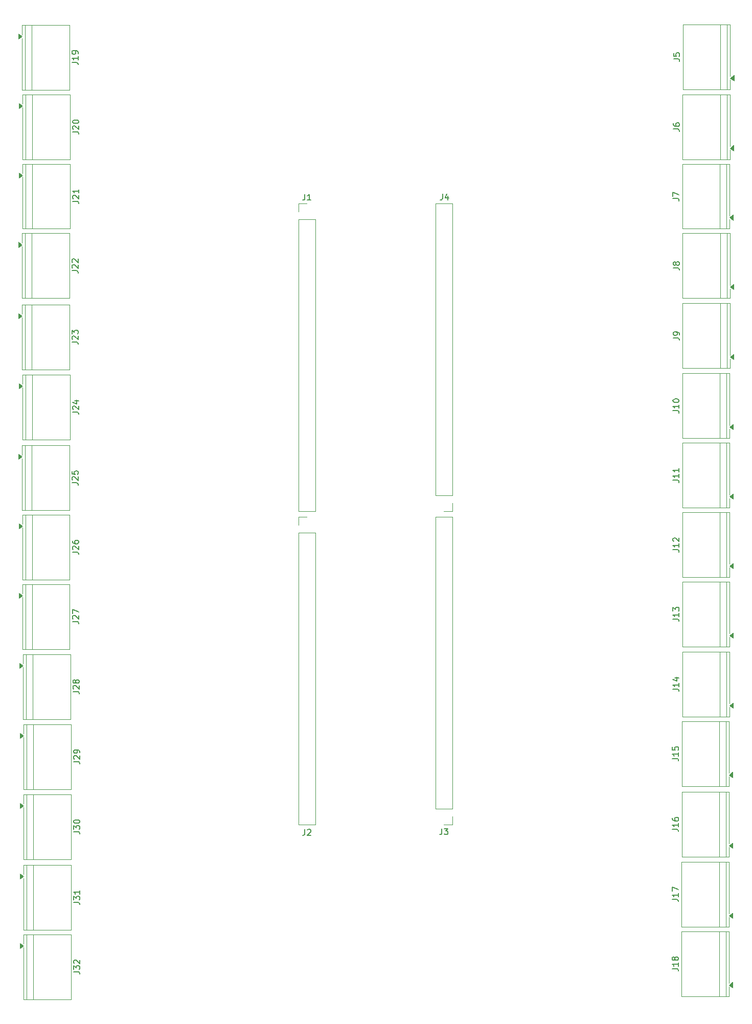
<source format=gbr>
%TF.GenerationSoftware,KiCad,Pcbnew,9.0.4-9.0.4-0~ubuntu24.04.1*%
%TF.CreationDate,2025-10-01T18:10:46-06:00*%
%TF.ProjectId,interfaz_esp32,696e7465-7266-4617-9a5f-65737033322e,rev?*%
%TF.SameCoordinates,Original*%
%TF.FileFunction,Legend,Top*%
%TF.FilePolarity,Positive*%
%FSLAX46Y46*%
G04 Gerber Fmt 4.6, Leading zero omitted, Abs format (unit mm)*
G04 Created by KiCad (PCBNEW 9.0.4-9.0.4-0~ubuntu24.04.1) date 2025-10-01 18:10:46*
%MOMM*%
%LPD*%
G01*
G04 APERTURE LIST*
%ADD10C,0.150000*%
%ADD11C,0.120000*%
G04 APERTURE END LIST*
D10*
X49134819Y-92309523D02*
X49849104Y-92309523D01*
X49849104Y-92309523D02*
X49991961Y-92357142D01*
X49991961Y-92357142D02*
X50087200Y-92452380D01*
X50087200Y-92452380D02*
X50134819Y-92595237D01*
X50134819Y-92595237D02*
X50134819Y-92690475D01*
X50134819Y-91309523D02*
X50134819Y-91880951D01*
X50134819Y-91595237D02*
X49134819Y-91595237D01*
X49134819Y-91595237D02*
X49277676Y-91690475D01*
X49277676Y-91690475D02*
X49372914Y-91785713D01*
X49372914Y-91785713D02*
X49420533Y-91880951D01*
X49134819Y-90404761D02*
X49134819Y-90880951D01*
X49134819Y-90880951D02*
X49611009Y-90928570D01*
X49611009Y-90928570D02*
X49563390Y-90880951D01*
X49563390Y-90880951D02*
X49515771Y-90785713D01*
X49515771Y-90785713D02*
X49515771Y-90547618D01*
X49515771Y-90547618D02*
X49563390Y-90452380D01*
X49563390Y-90452380D02*
X49611009Y-90404761D01*
X49611009Y-90404761D02*
X49706247Y-90357142D01*
X49706247Y-90357142D02*
X49944342Y-90357142D01*
X49944342Y-90357142D02*
X50039580Y-90404761D01*
X50039580Y-90404761D02*
X50087200Y-90452380D01*
X50087200Y-90452380D02*
X50134819Y-90547618D01*
X50134819Y-90547618D02*
X50134819Y-90785713D01*
X50134819Y-90785713D02*
X50087200Y-90880951D01*
X50087200Y-90880951D02*
X50039580Y-90928570D01*
X-50025180Y-92809523D02*
X-49310895Y-92809523D01*
X-49310895Y-92809523D02*
X-49168038Y-92857142D01*
X-49168038Y-92857142D02*
X-49072800Y-92952380D01*
X-49072800Y-92952380D02*
X-49025180Y-93095237D01*
X-49025180Y-93095237D02*
X-49025180Y-93190475D01*
X-49929942Y-92380951D02*
X-49977561Y-92333332D01*
X-49977561Y-92333332D02*
X-50025180Y-92238094D01*
X-50025180Y-92238094D02*
X-50025180Y-91999999D01*
X-50025180Y-91999999D02*
X-49977561Y-91904761D01*
X-49977561Y-91904761D02*
X-49929942Y-91857142D01*
X-49929942Y-91857142D02*
X-49834704Y-91809523D01*
X-49834704Y-91809523D02*
X-49739466Y-91809523D01*
X-49739466Y-91809523D02*
X-49596609Y-91857142D01*
X-49596609Y-91857142D02*
X-49025180Y-92428570D01*
X-49025180Y-92428570D02*
X-49025180Y-91809523D01*
X-49025180Y-91333332D02*
X-49025180Y-91142856D01*
X-49025180Y-91142856D02*
X-49072800Y-91047618D01*
X-49072800Y-91047618D02*
X-49120419Y-90999999D01*
X-49120419Y-90999999D02*
X-49263276Y-90904761D01*
X-49263276Y-90904761D02*
X-49453752Y-90857142D01*
X-49453752Y-90857142D02*
X-49834704Y-90857142D01*
X-49834704Y-90857142D02*
X-49929942Y-90904761D01*
X-49929942Y-90904761D02*
X-49977561Y-90952380D01*
X-49977561Y-90952380D02*
X-50025180Y-91047618D01*
X-50025180Y-91047618D02*
X-50025180Y-91238094D01*
X-50025180Y-91238094D02*
X-49977561Y-91333332D01*
X-49977561Y-91333332D02*
X-49929942Y-91380951D01*
X-49929942Y-91380951D02*
X-49834704Y-91428570D01*
X-49834704Y-91428570D02*
X-49596609Y-91428570D01*
X-49596609Y-91428570D02*
X-49501371Y-91380951D01*
X-49501371Y-91380951D02*
X-49453752Y-91333332D01*
X-49453752Y-91333332D02*
X-49406133Y-91238094D01*
X-49406133Y-91238094D02*
X-49406133Y-91047618D01*
X-49406133Y-91047618D02*
X-49453752Y-90952380D01*
X-49453752Y-90952380D02*
X-49501371Y-90904761D01*
X-49501371Y-90904761D02*
X-49596609Y-90857142D01*
X-11733333Y-104014819D02*
X-11733333Y-104729104D01*
X-11733333Y-104729104D02*
X-11780952Y-104871961D01*
X-11780952Y-104871961D02*
X-11876190Y-104967200D01*
X-11876190Y-104967200D02*
X-12019047Y-105014819D01*
X-12019047Y-105014819D02*
X-12114285Y-105014819D01*
X-11304761Y-104110057D02*
X-11257142Y-104062438D01*
X-11257142Y-104062438D02*
X-11161904Y-104014819D01*
X-11161904Y-104014819D02*
X-10923809Y-104014819D01*
X-10923809Y-104014819D02*
X-10828571Y-104062438D01*
X-10828571Y-104062438D02*
X-10780952Y-104110057D01*
X-10780952Y-104110057D02*
X-10733333Y-104205295D01*
X-10733333Y-104205295D02*
X-10733333Y-104300533D01*
X-10733333Y-104300533D02*
X-10780952Y-104443390D01*
X-10780952Y-104443390D02*
X-11352380Y-105014819D01*
X-11352380Y-105014819D02*
X-10733333Y-105014819D01*
X49234819Y-46209523D02*
X49949104Y-46209523D01*
X49949104Y-46209523D02*
X50091961Y-46257142D01*
X50091961Y-46257142D02*
X50187200Y-46352380D01*
X50187200Y-46352380D02*
X50234819Y-46495237D01*
X50234819Y-46495237D02*
X50234819Y-46590475D01*
X50234819Y-45209523D02*
X50234819Y-45780951D01*
X50234819Y-45495237D02*
X49234819Y-45495237D01*
X49234819Y-45495237D02*
X49377676Y-45590475D01*
X49377676Y-45590475D02*
X49472914Y-45685713D01*
X49472914Y-45685713D02*
X49520533Y-45780951D01*
X50234819Y-44257142D02*
X50234819Y-44828570D01*
X50234819Y-44542856D02*
X49234819Y-44542856D01*
X49234819Y-44542856D02*
X49377676Y-44638094D01*
X49377676Y-44638094D02*
X49472914Y-44733332D01*
X49472914Y-44733332D02*
X49520533Y-44828570D01*
X49234819Y-57709523D02*
X49949104Y-57709523D01*
X49949104Y-57709523D02*
X50091961Y-57757142D01*
X50091961Y-57757142D02*
X50187200Y-57852380D01*
X50187200Y-57852380D02*
X50234819Y-57995237D01*
X50234819Y-57995237D02*
X50234819Y-58090475D01*
X50234819Y-56709523D02*
X50234819Y-57280951D01*
X50234819Y-56995237D02*
X49234819Y-56995237D01*
X49234819Y-56995237D02*
X49377676Y-57090475D01*
X49377676Y-57090475D02*
X49472914Y-57185713D01*
X49472914Y-57185713D02*
X49520533Y-57280951D01*
X49330057Y-56328570D02*
X49282438Y-56280951D01*
X49282438Y-56280951D02*
X49234819Y-56185713D01*
X49234819Y-56185713D02*
X49234819Y-55947618D01*
X49234819Y-55947618D02*
X49282438Y-55852380D01*
X49282438Y-55852380D02*
X49330057Y-55804761D01*
X49330057Y-55804761D02*
X49425295Y-55757142D01*
X49425295Y-55757142D02*
X49520533Y-55757142D01*
X49520533Y-55757142D02*
X49663390Y-55804761D01*
X49663390Y-55804761D02*
X50234819Y-56376189D01*
X50234819Y-56376189D02*
X50234819Y-55757142D01*
X49234819Y-69209523D02*
X49949104Y-69209523D01*
X49949104Y-69209523D02*
X50091961Y-69257142D01*
X50091961Y-69257142D02*
X50187200Y-69352380D01*
X50187200Y-69352380D02*
X50234819Y-69495237D01*
X50234819Y-69495237D02*
X50234819Y-69590475D01*
X50234819Y-68209523D02*
X50234819Y-68780951D01*
X50234819Y-68495237D02*
X49234819Y-68495237D01*
X49234819Y-68495237D02*
X49377676Y-68590475D01*
X49377676Y-68590475D02*
X49472914Y-68685713D01*
X49472914Y-68685713D02*
X49520533Y-68780951D01*
X49234819Y-67876189D02*
X49234819Y-67257142D01*
X49234819Y-67257142D02*
X49615771Y-67590475D01*
X49615771Y-67590475D02*
X49615771Y-67447618D01*
X49615771Y-67447618D02*
X49663390Y-67352380D01*
X49663390Y-67352380D02*
X49711009Y-67304761D01*
X49711009Y-67304761D02*
X49806247Y-67257142D01*
X49806247Y-67257142D02*
X50044342Y-67257142D01*
X50044342Y-67257142D02*
X50139580Y-67304761D01*
X50139580Y-67304761D02*
X50187200Y-67352380D01*
X50187200Y-67352380D02*
X50234819Y-67447618D01*
X50234819Y-67447618D02*
X50234819Y-67733332D01*
X50234819Y-67733332D02*
X50187200Y-67828570D01*
X50187200Y-67828570D02*
X50139580Y-67876189D01*
X49134819Y-104009523D02*
X49849104Y-104009523D01*
X49849104Y-104009523D02*
X49991961Y-104057142D01*
X49991961Y-104057142D02*
X50087200Y-104152380D01*
X50087200Y-104152380D02*
X50134819Y-104295237D01*
X50134819Y-104295237D02*
X50134819Y-104390475D01*
X50134819Y-103009523D02*
X50134819Y-103580951D01*
X50134819Y-103295237D02*
X49134819Y-103295237D01*
X49134819Y-103295237D02*
X49277676Y-103390475D01*
X49277676Y-103390475D02*
X49372914Y-103485713D01*
X49372914Y-103485713D02*
X49420533Y-103580951D01*
X49134819Y-102152380D02*
X49134819Y-102342856D01*
X49134819Y-102342856D02*
X49182438Y-102438094D01*
X49182438Y-102438094D02*
X49230057Y-102485713D01*
X49230057Y-102485713D02*
X49372914Y-102580951D01*
X49372914Y-102580951D02*
X49563390Y-102628570D01*
X49563390Y-102628570D02*
X49944342Y-102628570D01*
X49944342Y-102628570D02*
X50039580Y-102580951D01*
X50039580Y-102580951D02*
X50087200Y-102533332D01*
X50087200Y-102533332D02*
X50134819Y-102438094D01*
X50134819Y-102438094D02*
X50134819Y-102247618D01*
X50134819Y-102247618D02*
X50087200Y-102152380D01*
X50087200Y-102152380D02*
X50039580Y-102104761D01*
X50039580Y-102104761D02*
X49944342Y-102057142D01*
X49944342Y-102057142D02*
X49706247Y-102057142D01*
X49706247Y-102057142D02*
X49611009Y-102104761D01*
X49611009Y-102104761D02*
X49563390Y-102152380D01*
X49563390Y-102152380D02*
X49515771Y-102247618D01*
X49515771Y-102247618D02*
X49515771Y-102438094D01*
X49515771Y-102438094D02*
X49563390Y-102533332D01*
X49563390Y-102533332D02*
X49611009Y-102580951D01*
X49611009Y-102580951D02*
X49706247Y-102628570D01*
X-50192680Y11490476D02*
X-49478395Y11490476D01*
X-49478395Y11490476D02*
X-49335538Y11442857D01*
X-49335538Y11442857D02*
X-49240300Y11347619D01*
X-49240300Y11347619D02*
X-49192680Y11204762D01*
X-49192680Y11204762D02*
X-49192680Y11109524D01*
X-50097442Y11919048D02*
X-50145061Y11966667D01*
X-50145061Y11966667D02*
X-50192680Y12061905D01*
X-50192680Y12061905D02*
X-50192680Y12300000D01*
X-50192680Y12300000D02*
X-50145061Y12395238D01*
X-50145061Y12395238D02*
X-50097442Y12442857D01*
X-50097442Y12442857D02*
X-50002204Y12490476D01*
X-50002204Y12490476D02*
X-49906966Y12490476D01*
X-49906966Y12490476D02*
X-49764109Y12442857D01*
X-49764109Y12442857D02*
X-49192680Y11871429D01*
X-49192680Y11871429D02*
X-49192680Y12490476D01*
X-50192680Y13109524D02*
X-50192680Y13204762D01*
X-50192680Y13204762D02*
X-50145061Y13300000D01*
X-50145061Y13300000D02*
X-50097442Y13347619D01*
X-50097442Y13347619D02*
X-50002204Y13395238D01*
X-50002204Y13395238D02*
X-49811728Y13442857D01*
X-49811728Y13442857D02*
X-49573633Y13442857D01*
X-49573633Y13442857D02*
X-49383157Y13395238D01*
X-49383157Y13395238D02*
X-49287919Y13347619D01*
X-49287919Y13347619D02*
X-49240300Y13300000D01*
X-49240300Y13300000D02*
X-49192680Y13204762D01*
X-49192680Y13204762D02*
X-49192680Y13109524D01*
X-49192680Y13109524D02*
X-49240300Y13014286D01*
X-49240300Y13014286D02*
X-49287919Y12966667D01*
X-49287919Y12966667D02*
X-49383157Y12919048D01*
X-49383157Y12919048D02*
X-49573633Y12871429D01*
X-49573633Y12871429D02*
X-49811728Y12871429D01*
X-49811728Y12871429D02*
X-50002204Y12919048D01*
X-50002204Y12919048D02*
X-50097442Y12966667D01*
X-50097442Y12966667D02*
X-50145061Y13014286D01*
X-50145061Y13014286D02*
X-50192680Y13109524D01*
X49302319Y-22633333D02*
X50016604Y-22633333D01*
X50016604Y-22633333D02*
X50159461Y-22680952D01*
X50159461Y-22680952D02*
X50254700Y-22776190D01*
X50254700Y-22776190D02*
X50302319Y-22919047D01*
X50302319Y-22919047D02*
X50302319Y-23014285D01*
X50302319Y-22109523D02*
X50302319Y-21919047D01*
X50302319Y-21919047D02*
X50254700Y-21823809D01*
X50254700Y-21823809D02*
X50207080Y-21776190D01*
X50207080Y-21776190D02*
X50064223Y-21680952D01*
X50064223Y-21680952D02*
X49873747Y-21633333D01*
X49873747Y-21633333D02*
X49492795Y-21633333D01*
X49492795Y-21633333D02*
X49397557Y-21680952D01*
X49397557Y-21680952D02*
X49349938Y-21728571D01*
X49349938Y-21728571D02*
X49302319Y-21823809D01*
X49302319Y-21823809D02*
X49302319Y-22014285D01*
X49302319Y-22014285D02*
X49349938Y-22109523D01*
X49349938Y-22109523D02*
X49397557Y-22157142D01*
X49397557Y-22157142D02*
X49492795Y-22204761D01*
X49492795Y-22204761D02*
X49730890Y-22204761D01*
X49730890Y-22204761D02*
X49826128Y-22157142D01*
X49826128Y-22157142D02*
X49873747Y-22109523D01*
X49873747Y-22109523D02*
X49921366Y-22014285D01*
X49921366Y-22014285D02*
X49921366Y-21823809D01*
X49921366Y-21823809D02*
X49873747Y-21728571D01*
X49873747Y-21728571D02*
X49826128Y-21680952D01*
X49826128Y-21680952D02*
X49730890Y-21633333D01*
X-11733333Y1185180D02*
X-11733333Y470895D01*
X-11733333Y470895D02*
X-11780952Y328038D01*
X-11780952Y328038D02*
X-11876190Y232800D01*
X-11876190Y232800D02*
X-12019047Y185180D01*
X-12019047Y185180D02*
X-12114285Y185180D01*
X-10733333Y185180D02*
X-11304761Y185180D01*
X-11019047Y185180D02*
X-11019047Y1185180D01*
X-11019047Y1185180D02*
X-11114285Y1042323D01*
X-11114285Y1042323D02*
X-11209523Y947085D01*
X-11209523Y947085D02*
X-11304761Y899466D01*
X11066666Y1205180D02*
X11066666Y490895D01*
X11066666Y490895D02*
X11019047Y348038D01*
X11019047Y348038D02*
X10923809Y252800D01*
X10923809Y252800D02*
X10780952Y205180D01*
X10780952Y205180D02*
X10685714Y205180D01*
X11971428Y871847D02*
X11971428Y205180D01*
X11733333Y1252800D02*
X11495238Y538514D01*
X11495238Y538514D02*
X12114285Y538514D01*
X-50225180Y-58109523D02*
X-49510895Y-58109523D01*
X-49510895Y-58109523D02*
X-49368038Y-58157142D01*
X-49368038Y-58157142D02*
X-49272800Y-58252380D01*
X-49272800Y-58252380D02*
X-49225180Y-58395237D01*
X-49225180Y-58395237D02*
X-49225180Y-58490475D01*
X-50129942Y-57680951D02*
X-50177561Y-57633332D01*
X-50177561Y-57633332D02*
X-50225180Y-57538094D01*
X-50225180Y-57538094D02*
X-50225180Y-57299999D01*
X-50225180Y-57299999D02*
X-50177561Y-57204761D01*
X-50177561Y-57204761D02*
X-50129942Y-57157142D01*
X-50129942Y-57157142D02*
X-50034704Y-57109523D01*
X-50034704Y-57109523D02*
X-49939466Y-57109523D01*
X-49939466Y-57109523D02*
X-49796609Y-57157142D01*
X-49796609Y-57157142D02*
X-49225180Y-57728570D01*
X-49225180Y-57728570D02*
X-49225180Y-57109523D01*
X-50225180Y-56252380D02*
X-50225180Y-56442856D01*
X-50225180Y-56442856D02*
X-50177561Y-56538094D01*
X-50177561Y-56538094D02*
X-50129942Y-56585713D01*
X-50129942Y-56585713D02*
X-49987085Y-56680951D01*
X-49987085Y-56680951D02*
X-49796609Y-56728570D01*
X-49796609Y-56728570D02*
X-49415657Y-56728570D01*
X-49415657Y-56728570D02*
X-49320419Y-56680951D01*
X-49320419Y-56680951D02*
X-49272800Y-56633332D01*
X-49272800Y-56633332D02*
X-49225180Y-56538094D01*
X-49225180Y-56538094D02*
X-49225180Y-56347618D01*
X-49225180Y-56347618D02*
X-49272800Y-56252380D01*
X-49272800Y-56252380D02*
X-49320419Y-56204761D01*
X-49320419Y-56204761D02*
X-49415657Y-56157142D01*
X-49415657Y-56157142D02*
X-49653752Y-56157142D01*
X-49653752Y-56157142D02*
X-49748990Y-56204761D01*
X-49748990Y-56204761D02*
X-49796609Y-56252380D01*
X-49796609Y-56252380D02*
X-49844228Y-56347618D01*
X-49844228Y-56347618D02*
X-49844228Y-56538094D01*
X-49844228Y-56538094D02*
X-49796609Y-56633332D01*
X-49796609Y-56633332D02*
X-49748990Y-56680951D01*
X-49748990Y-56680951D02*
X-49653752Y-56728570D01*
X10966666Y-103894819D02*
X10966666Y-104609104D01*
X10966666Y-104609104D02*
X10919047Y-104751961D01*
X10919047Y-104751961D02*
X10823809Y-104847200D01*
X10823809Y-104847200D02*
X10680952Y-104894819D01*
X10680952Y-104894819D02*
X10585714Y-104894819D01*
X11347619Y-103894819D02*
X11966666Y-103894819D01*
X11966666Y-103894819D02*
X11633333Y-104275771D01*
X11633333Y-104275771D02*
X11776190Y-104275771D01*
X11776190Y-104275771D02*
X11871428Y-104323390D01*
X11871428Y-104323390D02*
X11919047Y-104371009D01*
X11919047Y-104371009D02*
X11966666Y-104466247D01*
X11966666Y-104466247D02*
X11966666Y-104704342D01*
X11966666Y-104704342D02*
X11919047Y-104799580D01*
X11919047Y-104799580D02*
X11871428Y-104847200D01*
X11871428Y-104847200D02*
X11776190Y-104894819D01*
X11776190Y-104894819D02*
X11490476Y-104894819D01*
X11490476Y-104894819D02*
X11395238Y-104847200D01*
X11395238Y-104847200D02*
X11347619Y-104799580D01*
X-50292680Y-23309523D02*
X-49578395Y-23309523D01*
X-49578395Y-23309523D02*
X-49435538Y-23357142D01*
X-49435538Y-23357142D02*
X-49340300Y-23452380D01*
X-49340300Y-23452380D02*
X-49292680Y-23595237D01*
X-49292680Y-23595237D02*
X-49292680Y-23690475D01*
X-50197442Y-22880951D02*
X-50245061Y-22833332D01*
X-50245061Y-22833332D02*
X-50292680Y-22738094D01*
X-50292680Y-22738094D02*
X-50292680Y-22499999D01*
X-50292680Y-22499999D02*
X-50245061Y-22404761D01*
X-50245061Y-22404761D02*
X-50197442Y-22357142D01*
X-50197442Y-22357142D02*
X-50102204Y-22309523D01*
X-50102204Y-22309523D02*
X-50006966Y-22309523D01*
X-50006966Y-22309523D02*
X-49864109Y-22357142D01*
X-49864109Y-22357142D02*
X-49292680Y-22928570D01*
X-49292680Y-22928570D02*
X-49292680Y-22309523D01*
X-50292680Y-21976189D02*
X-50292680Y-21357142D01*
X-50292680Y-21357142D02*
X-49911728Y-21690475D01*
X-49911728Y-21690475D02*
X-49911728Y-21547618D01*
X-49911728Y-21547618D02*
X-49864109Y-21452380D01*
X-49864109Y-21452380D02*
X-49816490Y-21404761D01*
X-49816490Y-21404761D02*
X-49721252Y-21357142D01*
X-49721252Y-21357142D02*
X-49483157Y-21357142D01*
X-49483157Y-21357142D02*
X-49387919Y-21404761D01*
X-49387919Y-21404761D02*
X-49340300Y-21452380D01*
X-49340300Y-21452380D02*
X-49292680Y-21547618D01*
X-49292680Y-21547618D02*
X-49292680Y-21833332D01*
X-49292680Y-21833332D02*
X-49340300Y-21928570D01*
X-49340300Y-21928570D02*
X-49387919Y-21976189D01*
X-50292680Y-46609523D02*
X-49578395Y-46609523D01*
X-49578395Y-46609523D02*
X-49435538Y-46657142D01*
X-49435538Y-46657142D02*
X-49340300Y-46752380D01*
X-49340300Y-46752380D02*
X-49292680Y-46895237D01*
X-49292680Y-46895237D02*
X-49292680Y-46990475D01*
X-50197442Y-46180951D02*
X-50245061Y-46133332D01*
X-50245061Y-46133332D02*
X-50292680Y-46038094D01*
X-50292680Y-46038094D02*
X-50292680Y-45799999D01*
X-50292680Y-45799999D02*
X-50245061Y-45704761D01*
X-50245061Y-45704761D02*
X-50197442Y-45657142D01*
X-50197442Y-45657142D02*
X-50102204Y-45609523D01*
X-50102204Y-45609523D02*
X-50006966Y-45609523D01*
X-50006966Y-45609523D02*
X-49864109Y-45657142D01*
X-49864109Y-45657142D02*
X-49292680Y-46228570D01*
X-49292680Y-46228570D02*
X-49292680Y-45609523D01*
X-50292680Y-44704761D02*
X-50292680Y-45180951D01*
X-50292680Y-45180951D02*
X-49816490Y-45228570D01*
X-49816490Y-45228570D02*
X-49864109Y-45180951D01*
X-49864109Y-45180951D02*
X-49911728Y-45085713D01*
X-49911728Y-45085713D02*
X-49911728Y-44847618D01*
X-49911728Y-44847618D02*
X-49864109Y-44752380D01*
X-49864109Y-44752380D02*
X-49816490Y-44704761D01*
X-49816490Y-44704761D02*
X-49721252Y-44657142D01*
X-49721252Y-44657142D02*
X-49483157Y-44657142D01*
X-49483157Y-44657142D02*
X-49387919Y-44704761D01*
X-49387919Y-44704761D02*
X-49340300Y-44752380D01*
X-49340300Y-44752380D02*
X-49292680Y-44847618D01*
X-49292680Y-44847618D02*
X-49292680Y-45085713D01*
X-49292680Y-45085713D02*
X-49340300Y-45180951D01*
X-49340300Y-45180951D02*
X-49387919Y-45228570D01*
X49234819Y466666D02*
X49949104Y466666D01*
X49949104Y466666D02*
X50091961Y419047D01*
X50091961Y419047D02*
X50187200Y323809D01*
X50187200Y323809D02*
X50234819Y180952D01*
X50234819Y180952D02*
X50234819Y85714D01*
X49234819Y847619D02*
X49234819Y1514285D01*
X49234819Y1514285D02*
X50234819Y1085714D01*
X-50025180Y-116109523D02*
X-49310895Y-116109523D01*
X-49310895Y-116109523D02*
X-49168038Y-116157142D01*
X-49168038Y-116157142D02*
X-49072800Y-116252380D01*
X-49072800Y-116252380D02*
X-49025180Y-116395237D01*
X-49025180Y-116395237D02*
X-49025180Y-116490475D01*
X-50025180Y-115728570D02*
X-50025180Y-115109523D01*
X-50025180Y-115109523D02*
X-49644228Y-115442856D01*
X-49644228Y-115442856D02*
X-49644228Y-115299999D01*
X-49644228Y-115299999D02*
X-49596609Y-115204761D01*
X-49596609Y-115204761D02*
X-49548990Y-115157142D01*
X-49548990Y-115157142D02*
X-49453752Y-115109523D01*
X-49453752Y-115109523D02*
X-49215657Y-115109523D01*
X-49215657Y-115109523D02*
X-49120419Y-115157142D01*
X-49120419Y-115157142D02*
X-49072800Y-115204761D01*
X-49072800Y-115204761D02*
X-49025180Y-115299999D01*
X-49025180Y-115299999D02*
X-49025180Y-115585713D01*
X-49025180Y-115585713D02*
X-49072800Y-115680951D01*
X-49072800Y-115680951D02*
X-49120419Y-115728570D01*
X-49025180Y-114157142D02*
X-49025180Y-114728570D01*
X-49025180Y-114442856D02*
X-50025180Y-114442856D01*
X-50025180Y-114442856D02*
X-49882323Y-114538094D01*
X-49882323Y-114538094D02*
X-49787085Y-114633332D01*
X-49787085Y-114633332D02*
X-49739466Y-114728570D01*
X49102319Y-115609523D02*
X49816604Y-115609523D01*
X49816604Y-115609523D02*
X49959461Y-115657142D01*
X49959461Y-115657142D02*
X50054700Y-115752380D01*
X50054700Y-115752380D02*
X50102319Y-115895237D01*
X50102319Y-115895237D02*
X50102319Y-115990475D01*
X50102319Y-114609523D02*
X50102319Y-115180951D01*
X50102319Y-114895237D02*
X49102319Y-114895237D01*
X49102319Y-114895237D02*
X49245176Y-114990475D01*
X49245176Y-114990475D02*
X49340414Y-115085713D01*
X49340414Y-115085713D02*
X49388033Y-115180951D01*
X49102319Y-114276189D02*
X49102319Y-113609523D01*
X49102319Y-113609523D02*
X50102319Y-114038094D01*
X49334819Y23566666D02*
X50049104Y23566666D01*
X50049104Y23566666D02*
X50191961Y23519047D01*
X50191961Y23519047D02*
X50287200Y23423809D01*
X50287200Y23423809D02*
X50334819Y23280952D01*
X50334819Y23280952D02*
X50334819Y23185714D01*
X49334819Y24519047D02*
X49334819Y24042857D01*
X49334819Y24042857D02*
X49811009Y23995238D01*
X49811009Y23995238D02*
X49763390Y24042857D01*
X49763390Y24042857D02*
X49715771Y24138095D01*
X49715771Y24138095D02*
X49715771Y24376190D01*
X49715771Y24376190D02*
X49763390Y24471428D01*
X49763390Y24471428D02*
X49811009Y24519047D01*
X49811009Y24519047D02*
X49906247Y24566666D01*
X49906247Y24566666D02*
X50144342Y24566666D01*
X50144342Y24566666D02*
X50239580Y24519047D01*
X50239580Y24519047D02*
X50287200Y24471428D01*
X50287200Y24471428D02*
X50334819Y24376190D01*
X50334819Y24376190D02*
X50334819Y24138095D01*
X50334819Y24138095D02*
X50287200Y24042857D01*
X50287200Y24042857D02*
X50239580Y23995238D01*
X49234819Y-80809523D02*
X49949104Y-80809523D01*
X49949104Y-80809523D02*
X50091961Y-80857142D01*
X50091961Y-80857142D02*
X50187200Y-80952380D01*
X50187200Y-80952380D02*
X50234819Y-81095237D01*
X50234819Y-81095237D02*
X50234819Y-81190475D01*
X50234819Y-79809523D02*
X50234819Y-80380951D01*
X50234819Y-80095237D02*
X49234819Y-80095237D01*
X49234819Y-80095237D02*
X49377676Y-80190475D01*
X49377676Y-80190475D02*
X49472914Y-80285713D01*
X49472914Y-80285713D02*
X49520533Y-80380951D01*
X49568152Y-78952380D02*
X50234819Y-78952380D01*
X49187200Y-79190475D02*
X49901485Y-79428570D01*
X49901485Y-79428570D02*
X49901485Y-78809523D01*
X-50025180Y-127609523D02*
X-49310895Y-127609523D01*
X-49310895Y-127609523D02*
X-49168038Y-127657142D01*
X-49168038Y-127657142D02*
X-49072800Y-127752380D01*
X-49072800Y-127752380D02*
X-49025180Y-127895237D01*
X-49025180Y-127895237D02*
X-49025180Y-127990475D01*
X-50025180Y-127228570D02*
X-50025180Y-126609523D01*
X-50025180Y-126609523D02*
X-49644228Y-126942856D01*
X-49644228Y-126942856D02*
X-49644228Y-126799999D01*
X-49644228Y-126799999D02*
X-49596609Y-126704761D01*
X-49596609Y-126704761D02*
X-49548990Y-126657142D01*
X-49548990Y-126657142D02*
X-49453752Y-126609523D01*
X-49453752Y-126609523D02*
X-49215657Y-126609523D01*
X-49215657Y-126609523D02*
X-49120419Y-126657142D01*
X-49120419Y-126657142D02*
X-49072800Y-126704761D01*
X-49072800Y-126704761D02*
X-49025180Y-126799999D01*
X-49025180Y-126799999D02*
X-49025180Y-127085713D01*
X-49025180Y-127085713D02*
X-49072800Y-127180951D01*
X-49072800Y-127180951D02*
X-49120419Y-127228570D01*
X-49929942Y-126228570D02*
X-49977561Y-126180951D01*
X-49977561Y-126180951D02*
X-50025180Y-126085713D01*
X-50025180Y-126085713D02*
X-50025180Y-125847618D01*
X-50025180Y-125847618D02*
X-49977561Y-125752380D01*
X-49977561Y-125752380D02*
X-49929942Y-125704761D01*
X-49929942Y-125704761D02*
X-49834704Y-125657142D01*
X-49834704Y-125657142D02*
X-49739466Y-125657142D01*
X-49739466Y-125657142D02*
X-49596609Y-125704761D01*
X-49596609Y-125704761D02*
X-49025180Y-126276189D01*
X-49025180Y-126276189D02*
X-49025180Y-125657142D01*
X-50192680Y-34909523D02*
X-49478395Y-34909523D01*
X-49478395Y-34909523D02*
X-49335538Y-34957142D01*
X-49335538Y-34957142D02*
X-49240300Y-35052380D01*
X-49240300Y-35052380D02*
X-49192680Y-35195237D01*
X-49192680Y-35195237D02*
X-49192680Y-35290475D01*
X-50097442Y-34480951D02*
X-50145061Y-34433332D01*
X-50145061Y-34433332D02*
X-50192680Y-34338094D01*
X-50192680Y-34338094D02*
X-50192680Y-34099999D01*
X-50192680Y-34099999D02*
X-50145061Y-34004761D01*
X-50145061Y-34004761D02*
X-50097442Y-33957142D01*
X-50097442Y-33957142D02*
X-50002204Y-33909523D01*
X-50002204Y-33909523D02*
X-49906966Y-33909523D01*
X-49906966Y-33909523D02*
X-49764109Y-33957142D01*
X-49764109Y-33957142D02*
X-49192680Y-34528570D01*
X-49192680Y-34528570D02*
X-49192680Y-33909523D01*
X-49859347Y-33052380D02*
X-49192680Y-33052380D01*
X-50240300Y-33290475D02*
X-49526014Y-33528570D01*
X-49526014Y-33528570D02*
X-49526014Y-32909523D01*
X-50025180Y-104409523D02*
X-49310895Y-104409523D01*
X-49310895Y-104409523D02*
X-49168038Y-104457142D01*
X-49168038Y-104457142D02*
X-49072800Y-104552380D01*
X-49072800Y-104552380D02*
X-49025180Y-104695237D01*
X-49025180Y-104695237D02*
X-49025180Y-104790475D01*
X-50025180Y-104028570D02*
X-50025180Y-103409523D01*
X-50025180Y-103409523D02*
X-49644228Y-103742856D01*
X-49644228Y-103742856D02*
X-49644228Y-103599999D01*
X-49644228Y-103599999D02*
X-49596609Y-103504761D01*
X-49596609Y-103504761D02*
X-49548990Y-103457142D01*
X-49548990Y-103457142D02*
X-49453752Y-103409523D01*
X-49453752Y-103409523D02*
X-49215657Y-103409523D01*
X-49215657Y-103409523D02*
X-49120419Y-103457142D01*
X-49120419Y-103457142D02*
X-49072800Y-103504761D01*
X-49072800Y-103504761D02*
X-49025180Y-103599999D01*
X-49025180Y-103599999D02*
X-49025180Y-103885713D01*
X-49025180Y-103885713D02*
X-49072800Y-103980951D01*
X-49072800Y-103980951D02*
X-49120419Y-104028570D01*
X-50025180Y-102790475D02*
X-50025180Y-102695237D01*
X-50025180Y-102695237D02*
X-49977561Y-102599999D01*
X-49977561Y-102599999D02*
X-49929942Y-102552380D01*
X-49929942Y-102552380D02*
X-49834704Y-102504761D01*
X-49834704Y-102504761D02*
X-49644228Y-102457142D01*
X-49644228Y-102457142D02*
X-49406133Y-102457142D01*
X-49406133Y-102457142D02*
X-49215657Y-102504761D01*
X-49215657Y-102504761D02*
X-49120419Y-102552380D01*
X-49120419Y-102552380D02*
X-49072800Y-102599999D01*
X-49072800Y-102599999D02*
X-49025180Y-102695237D01*
X-49025180Y-102695237D02*
X-49025180Y-102790475D01*
X-49025180Y-102790475D02*
X-49072800Y-102885713D01*
X-49072800Y-102885713D02*
X-49120419Y-102933332D01*
X-49120419Y-102933332D02*
X-49215657Y-102980951D01*
X-49215657Y-102980951D02*
X-49406133Y-103028570D01*
X-49406133Y-103028570D02*
X-49644228Y-103028570D01*
X-49644228Y-103028570D02*
X-49834704Y-102980951D01*
X-49834704Y-102980951D02*
X-49929942Y-102933332D01*
X-49929942Y-102933332D02*
X-49977561Y-102885713D01*
X-49977561Y-102885713D02*
X-50025180Y-102790475D01*
X-50292680Y22990476D02*
X-49578395Y22990476D01*
X-49578395Y22990476D02*
X-49435538Y22942857D01*
X-49435538Y22942857D02*
X-49340300Y22847619D01*
X-49340300Y22847619D02*
X-49292680Y22704762D01*
X-49292680Y22704762D02*
X-49292680Y22609524D01*
X-49292680Y23990476D02*
X-49292680Y23419048D01*
X-49292680Y23704762D02*
X-50292680Y23704762D01*
X-50292680Y23704762D02*
X-50149823Y23609524D01*
X-50149823Y23609524D02*
X-50054585Y23514286D01*
X-50054585Y23514286D02*
X-50006966Y23419048D01*
X-49292680Y24466667D02*
X-49292680Y24657143D01*
X-49292680Y24657143D02*
X-49340300Y24752381D01*
X-49340300Y24752381D02*
X-49387919Y24800000D01*
X-49387919Y24800000D02*
X-49530776Y24895238D01*
X-49530776Y24895238D02*
X-49721252Y24942857D01*
X-49721252Y24942857D02*
X-50102204Y24942857D01*
X-50102204Y24942857D02*
X-50197442Y24895238D01*
X-50197442Y24895238D02*
X-50245061Y24847619D01*
X-50245061Y24847619D02*
X-50292680Y24752381D01*
X-50292680Y24752381D02*
X-50292680Y24561905D01*
X-50292680Y24561905D02*
X-50245061Y24466667D01*
X-50245061Y24466667D02*
X-50197442Y24419048D01*
X-50197442Y24419048D02*
X-50102204Y24371429D01*
X-50102204Y24371429D02*
X-49864109Y24371429D01*
X-49864109Y24371429D02*
X-49768871Y24419048D01*
X-49768871Y24419048D02*
X-49721252Y24466667D01*
X-49721252Y24466667D02*
X-49673633Y24561905D01*
X-49673633Y24561905D02*
X-49673633Y24752381D01*
X-49673633Y24752381D02*
X-49721252Y24847619D01*
X-49721252Y24847619D02*
X-49768871Y24895238D01*
X-49768871Y24895238D02*
X-49864109Y24942857D01*
X-50292680Y-11509523D02*
X-49578395Y-11509523D01*
X-49578395Y-11509523D02*
X-49435538Y-11557142D01*
X-49435538Y-11557142D02*
X-49340300Y-11652380D01*
X-49340300Y-11652380D02*
X-49292680Y-11795237D01*
X-49292680Y-11795237D02*
X-49292680Y-11890475D01*
X-50197442Y-11080951D02*
X-50245061Y-11033332D01*
X-50245061Y-11033332D02*
X-50292680Y-10938094D01*
X-50292680Y-10938094D02*
X-50292680Y-10699999D01*
X-50292680Y-10699999D02*
X-50245061Y-10604761D01*
X-50245061Y-10604761D02*
X-50197442Y-10557142D01*
X-50197442Y-10557142D02*
X-50102204Y-10509523D01*
X-50102204Y-10509523D02*
X-50006966Y-10509523D01*
X-50006966Y-10509523D02*
X-49864109Y-10557142D01*
X-49864109Y-10557142D02*
X-49292680Y-11128570D01*
X-49292680Y-11128570D02*
X-49292680Y-10509523D01*
X-50197442Y-10128570D02*
X-50245061Y-10080951D01*
X-50245061Y-10080951D02*
X-50292680Y-9985713D01*
X-50292680Y-9985713D02*
X-50292680Y-9747618D01*
X-50292680Y-9747618D02*
X-50245061Y-9652380D01*
X-50245061Y-9652380D02*
X-50197442Y-9604761D01*
X-50197442Y-9604761D02*
X-50102204Y-9557142D01*
X-50102204Y-9557142D02*
X-50006966Y-9557142D01*
X-50006966Y-9557142D02*
X-49864109Y-9604761D01*
X-49864109Y-9604761D02*
X-49292680Y-10176189D01*
X-49292680Y-10176189D02*
X-49292680Y-9557142D01*
X-50192680Y-9523D02*
X-49478395Y-9523D01*
X-49478395Y-9523D02*
X-49335538Y-57142D01*
X-49335538Y-57142D02*
X-49240300Y-152380D01*
X-49240300Y-152380D02*
X-49192680Y-295237D01*
X-49192680Y-295237D02*
X-49192680Y-390475D01*
X-50097442Y419048D02*
X-50145061Y466667D01*
X-50145061Y466667D02*
X-50192680Y561905D01*
X-50192680Y561905D02*
X-50192680Y800000D01*
X-50192680Y800000D02*
X-50145061Y895238D01*
X-50145061Y895238D02*
X-50097442Y942857D01*
X-50097442Y942857D02*
X-50002204Y990476D01*
X-50002204Y990476D02*
X-49906966Y990476D01*
X-49906966Y990476D02*
X-49764109Y942857D01*
X-49764109Y942857D02*
X-49192680Y371429D01*
X-49192680Y371429D02*
X-49192680Y990476D01*
X-49192680Y1942857D02*
X-49192680Y1371429D01*
X-49192680Y1657143D02*
X-50192680Y1657143D01*
X-50192680Y1657143D02*
X-50049823Y1561905D01*
X-50049823Y1561905D02*
X-49954585Y1466667D01*
X-49954585Y1466667D02*
X-49906966Y1371429D01*
X49302319Y11966666D02*
X50016604Y11966666D01*
X50016604Y11966666D02*
X50159461Y11919047D01*
X50159461Y11919047D02*
X50254700Y11823809D01*
X50254700Y11823809D02*
X50302319Y11680952D01*
X50302319Y11680952D02*
X50302319Y11585714D01*
X49302319Y12871428D02*
X49302319Y12680952D01*
X49302319Y12680952D02*
X49349938Y12585714D01*
X49349938Y12585714D02*
X49397557Y12538095D01*
X49397557Y12538095D02*
X49540414Y12442857D01*
X49540414Y12442857D02*
X49730890Y12395238D01*
X49730890Y12395238D02*
X50111842Y12395238D01*
X50111842Y12395238D02*
X50207080Y12442857D01*
X50207080Y12442857D02*
X50254700Y12490476D01*
X50254700Y12490476D02*
X50302319Y12585714D01*
X50302319Y12585714D02*
X50302319Y12776190D01*
X50302319Y12776190D02*
X50254700Y12871428D01*
X50254700Y12871428D02*
X50207080Y12919047D01*
X50207080Y12919047D02*
X50111842Y12966666D01*
X50111842Y12966666D02*
X49873747Y12966666D01*
X49873747Y12966666D02*
X49778509Y12919047D01*
X49778509Y12919047D02*
X49730890Y12871428D01*
X49730890Y12871428D02*
X49683271Y12776190D01*
X49683271Y12776190D02*
X49683271Y12585714D01*
X49683271Y12585714D02*
X49730890Y12490476D01*
X49730890Y12490476D02*
X49778509Y12442857D01*
X49778509Y12442857D02*
X49873747Y12395238D01*
X49302319Y-11033333D02*
X50016604Y-11033333D01*
X50016604Y-11033333D02*
X50159461Y-11080952D01*
X50159461Y-11080952D02*
X50254700Y-11176190D01*
X50254700Y-11176190D02*
X50302319Y-11319047D01*
X50302319Y-11319047D02*
X50302319Y-11414285D01*
X49730890Y-10414285D02*
X49683271Y-10509523D01*
X49683271Y-10509523D02*
X49635652Y-10557142D01*
X49635652Y-10557142D02*
X49540414Y-10604761D01*
X49540414Y-10604761D02*
X49492795Y-10604761D01*
X49492795Y-10604761D02*
X49397557Y-10557142D01*
X49397557Y-10557142D02*
X49349938Y-10509523D01*
X49349938Y-10509523D02*
X49302319Y-10414285D01*
X49302319Y-10414285D02*
X49302319Y-10223809D01*
X49302319Y-10223809D02*
X49349938Y-10128571D01*
X49349938Y-10128571D02*
X49397557Y-10080952D01*
X49397557Y-10080952D02*
X49492795Y-10033333D01*
X49492795Y-10033333D02*
X49540414Y-10033333D01*
X49540414Y-10033333D02*
X49635652Y-10080952D01*
X49635652Y-10080952D02*
X49683271Y-10128571D01*
X49683271Y-10128571D02*
X49730890Y-10223809D01*
X49730890Y-10223809D02*
X49730890Y-10414285D01*
X49730890Y-10414285D02*
X49778509Y-10509523D01*
X49778509Y-10509523D02*
X49826128Y-10557142D01*
X49826128Y-10557142D02*
X49921366Y-10604761D01*
X49921366Y-10604761D02*
X50111842Y-10604761D01*
X50111842Y-10604761D02*
X50207080Y-10557142D01*
X50207080Y-10557142D02*
X50254700Y-10509523D01*
X50254700Y-10509523D02*
X50302319Y-10414285D01*
X50302319Y-10414285D02*
X50302319Y-10223809D01*
X50302319Y-10223809D02*
X50254700Y-10128571D01*
X50254700Y-10128571D02*
X50207080Y-10080952D01*
X50207080Y-10080952D02*
X50111842Y-10033333D01*
X50111842Y-10033333D02*
X49921366Y-10033333D01*
X49921366Y-10033333D02*
X49826128Y-10080952D01*
X49826128Y-10080952D02*
X49778509Y-10128571D01*
X49778509Y-10128571D02*
X49730890Y-10223809D01*
X-50125180Y-81209523D02*
X-49410895Y-81209523D01*
X-49410895Y-81209523D02*
X-49268038Y-81257142D01*
X-49268038Y-81257142D02*
X-49172800Y-81352380D01*
X-49172800Y-81352380D02*
X-49125180Y-81495237D01*
X-49125180Y-81495237D02*
X-49125180Y-81590475D01*
X-50029942Y-80780951D02*
X-50077561Y-80733332D01*
X-50077561Y-80733332D02*
X-50125180Y-80638094D01*
X-50125180Y-80638094D02*
X-50125180Y-80399999D01*
X-50125180Y-80399999D02*
X-50077561Y-80304761D01*
X-50077561Y-80304761D02*
X-50029942Y-80257142D01*
X-50029942Y-80257142D02*
X-49934704Y-80209523D01*
X-49934704Y-80209523D02*
X-49839466Y-80209523D01*
X-49839466Y-80209523D02*
X-49696609Y-80257142D01*
X-49696609Y-80257142D02*
X-49125180Y-80828570D01*
X-49125180Y-80828570D02*
X-49125180Y-80209523D01*
X-49696609Y-79638094D02*
X-49744228Y-79733332D01*
X-49744228Y-79733332D02*
X-49791847Y-79780951D01*
X-49791847Y-79780951D02*
X-49887085Y-79828570D01*
X-49887085Y-79828570D02*
X-49934704Y-79828570D01*
X-49934704Y-79828570D02*
X-50029942Y-79780951D01*
X-50029942Y-79780951D02*
X-50077561Y-79733332D01*
X-50077561Y-79733332D02*
X-50125180Y-79638094D01*
X-50125180Y-79638094D02*
X-50125180Y-79447618D01*
X-50125180Y-79447618D02*
X-50077561Y-79352380D01*
X-50077561Y-79352380D02*
X-50029942Y-79304761D01*
X-50029942Y-79304761D02*
X-49934704Y-79257142D01*
X-49934704Y-79257142D02*
X-49887085Y-79257142D01*
X-49887085Y-79257142D02*
X-49791847Y-79304761D01*
X-49791847Y-79304761D02*
X-49744228Y-79352380D01*
X-49744228Y-79352380D02*
X-49696609Y-79447618D01*
X-49696609Y-79447618D02*
X-49696609Y-79638094D01*
X-49696609Y-79638094D02*
X-49648990Y-79733332D01*
X-49648990Y-79733332D02*
X-49601371Y-79780951D01*
X-49601371Y-79780951D02*
X-49506133Y-79828570D01*
X-49506133Y-79828570D02*
X-49315657Y-79828570D01*
X-49315657Y-79828570D02*
X-49220419Y-79780951D01*
X-49220419Y-79780951D02*
X-49172800Y-79733332D01*
X-49172800Y-79733332D02*
X-49125180Y-79638094D01*
X-49125180Y-79638094D02*
X-49125180Y-79447618D01*
X-49125180Y-79447618D02*
X-49172800Y-79352380D01*
X-49172800Y-79352380D02*
X-49220419Y-79304761D01*
X-49220419Y-79304761D02*
X-49315657Y-79257142D01*
X-49315657Y-79257142D02*
X-49506133Y-79257142D01*
X-49506133Y-79257142D02*
X-49601371Y-79304761D01*
X-49601371Y-79304761D02*
X-49648990Y-79352380D01*
X-49648990Y-79352380D02*
X-49696609Y-79447618D01*
X49102319Y-127109523D02*
X49816604Y-127109523D01*
X49816604Y-127109523D02*
X49959461Y-127157142D01*
X49959461Y-127157142D02*
X50054700Y-127252380D01*
X50054700Y-127252380D02*
X50102319Y-127395237D01*
X50102319Y-127395237D02*
X50102319Y-127490475D01*
X50102319Y-126109523D02*
X50102319Y-126680951D01*
X50102319Y-126395237D02*
X49102319Y-126395237D01*
X49102319Y-126395237D02*
X49245176Y-126490475D01*
X49245176Y-126490475D02*
X49340414Y-126585713D01*
X49340414Y-126585713D02*
X49388033Y-126680951D01*
X49530890Y-125538094D02*
X49483271Y-125633332D01*
X49483271Y-125633332D02*
X49435652Y-125680951D01*
X49435652Y-125680951D02*
X49340414Y-125728570D01*
X49340414Y-125728570D02*
X49292795Y-125728570D01*
X49292795Y-125728570D02*
X49197557Y-125680951D01*
X49197557Y-125680951D02*
X49149938Y-125633332D01*
X49149938Y-125633332D02*
X49102319Y-125538094D01*
X49102319Y-125538094D02*
X49102319Y-125347618D01*
X49102319Y-125347618D02*
X49149938Y-125252380D01*
X49149938Y-125252380D02*
X49197557Y-125204761D01*
X49197557Y-125204761D02*
X49292795Y-125157142D01*
X49292795Y-125157142D02*
X49340414Y-125157142D01*
X49340414Y-125157142D02*
X49435652Y-125204761D01*
X49435652Y-125204761D02*
X49483271Y-125252380D01*
X49483271Y-125252380D02*
X49530890Y-125347618D01*
X49530890Y-125347618D02*
X49530890Y-125538094D01*
X49530890Y-125538094D02*
X49578509Y-125633332D01*
X49578509Y-125633332D02*
X49626128Y-125680951D01*
X49626128Y-125680951D02*
X49721366Y-125728570D01*
X49721366Y-125728570D02*
X49911842Y-125728570D01*
X49911842Y-125728570D02*
X50007080Y-125680951D01*
X50007080Y-125680951D02*
X50054700Y-125633332D01*
X50054700Y-125633332D02*
X50102319Y-125538094D01*
X50102319Y-125538094D02*
X50102319Y-125347618D01*
X50102319Y-125347618D02*
X50054700Y-125252380D01*
X50054700Y-125252380D02*
X50007080Y-125204761D01*
X50007080Y-125204761D02*
X49911842Y-125157142D01*
X49911842Y-125157142D02*
X49721366Y-125157142D01*
X49721366Y-125157142D02*
X49626128Y-125204761D01*
X49626128Y-125204761D02*
X49578509Y-125252380D01*
X49578509Y-125252380D02*
X49530890Y-125347618D01*
X-50225180Y-69609523D02*
X-49510895Y-69609523D01*
X-49510895Y-69609523D02*
X-49368038Y-69657142D01*
X-49368038Y-69657142D02*
X-49272800Y-69752380D01*
X-49272800Y-69752380D02*
X-49225180Y-69895237D01*
X-49225180Y-69895237D02*
X-49225180Y-69990475D01*
X-50129942Y-69180951D02*
X-50177561Y-69133332D01*
X-50177561Y-69133332D02*
X-50225180Y-69038094D01*
X-50225180Y-69038094D02*
X-50225180Y-68799999D01*
X-50225180Y-68799999D02*
X-50177561Y-68704761D01*
X-50177561Y-68704761D02*
X-50129942Y-68657142D01*
X-50129942Y-68657142D02*
X-50034704Y-68609523D01*
X-50034704Y-68609523D02*
X-49939466Y-68609523D01*
X-49939466Y-68609523D02*
X-49796609Y-68657142D01*
X-49796609Y-68657142D02*
X-49225180Y-69228570D01*
X-49225180Y-69228570D02*
X-49225180Y-68609523D01*
X-50225180Y-68276189D02*
X-50225180Y-67609523D01*
X-50225180Y-67609523D02*
X-49225180Y-68038094D01*
X49234819Y-34709523D02*
X49949104Y-34709523D01*
X49949104Y-34709523D02*
X50091961Y-34757142D01*
X50091961Y-34757142D02*
X50187200Y-34852380D01*
X50187200Y-34852380D02*
X50234819Y-34995237D01*
X50234819Y-34995237D02*
X50234819Y-35090475D01*
X50234819Y-33709523D02*
X50234819Y-34280951D01*
X50234819Y-33995237D02*
X49234819Y-33995237D01*
X49234819Y-33995237D02*
X49377676Y-34090475D01*
X49377676Y-34090475D02*
X49472914Y-34185713D01*
X49472914Y-34185713D02*
X49520533Y-34280951D01*
X49234819Y-33090475D02*
X49234819Y-32995237D01*
X49234819Y-32995237D02*
X49282438Y-32899999D01*
X49282438Y-32899999D02*
X49330057Y-32852380D01*
X49330057Y-32852380D02*
X49425295Y-32804761D01*
X49425295Y-32804761D02*
X49615771Y-32757142D01*
X49615771Y-32757142D02*
X49853866Y-32757142D01*
X49853866Y-32757142D02*
X50044342Y-32804761D01*
X50044342Y-32804761D02*
X50139580Y-32852380D01*
X50139580Y-32852380D02*
X50187200Y-32899999D01*
X50187200Y-32899999D02*
X50234819Y-32995237D01*
X50234819Y-32995237D02*
X50234819Y-33090475D01*
X50234819Y-33090475D02*
X50187200Y-33185713D01*
X50187200Y-33185713D02*
X50139580Y-33233332D01*
X50139580Y-33233332D02*
X50044342Y-33280951D01*
X50044342Y-33280951D02*
X49853866Y-33328570D01*
X49853866Y-33328570D02*
X49615771Y-33328570D01*
X49615771Y-33328570D02*
X49425295Y-33280951D01*
X49425295Y-33280951D02*
X49330057Y-33233332D01*
X49330057Y-33233332D02*
X49282438Y-33185713D01*
X49282438Y-33185713D02*
X49234819Y-33090475D01*
D11*
%TO.C,J15*%
X50680000Y-86130000D02*
X58520000Y-86130000D01*
X50680000Y-96870000D02*
X50680000Y-86130000D01*
X56900000Y-96870000D02*
X56900000Y-86130000D01*
X58000000Y-96870000D02*
X58000000Y-86130000D01*
X58520000Y-86130000D02*
X58520000Y-94700000D01*
X58520000Y-95300000D02*
X58520000Y-96870000D01*
X58520000Y-96870000D02*
X50680000Y-96870000D01*
X59130000Y-95440000D02*
X58520000Y-95000000D01*
X59130000Y-94560000D01*
X59130000Y-95440000D01*
G36*
X59130000Y-95440000D02*
G01*
X58520000Y-95000000D01*
X59130000Y-94560000D01*
X59130000Y-95440000D01*
G37*
%TO.C,J29*%
X-58320000Y-86630000D02*
X-50480000Y-86630000D01*
X-58320000Y-88200000D02*
X-58320000Y-86630000D01*
X-58320000Y-97370000D02*
X-58320000Y-88800000D01*
X-57800000Y-86630000D02*
X-57800000Y-97370000D01*
X-56700000Y-86630000D02*
X-56700000Y-97370000D01*
X-50480000Y-86630000D02*
X-50480000Y-97370000D01*
X-50480000Y-97370000D02*
X-58320000Y-97370000D01*
X-58320000Y-88500000D02*
X-58930000Y-88940000D01*
X-58930000Y-88060000D01*
X-58320000Y-88500000D01*
G36*
X-58320000Y-88500000D02*
G01*
X-58930000Y-88940000D01*
X-58930000Y-88060000D01*
X-58320000Y-88500000D01*
G37*
%TO.C,J2*%
X-12780000Y-52240000D02*
X-11400000Y-52240000D01*
X-12780000Y-53620000D02*
X-12780000Y-52240000D01*
X-12780000Y-54890000D02*
X-12780000Y-103260000D01*
X-12780000Y-54890000D02*
X-10020000Y-54890000D01*
X-12780000Y-103260000D02*
X-10020000Y-103260000D01*
X-10020000Y-54890000D02*
X-10020000Y-103260000D01*
%TO.C,J11*%
X50780000Y-40030000D02*
X58620000Y-40030000D01*
X50780000Y-50770000D02*
X50780000Y-40030000D01*
X57000000Y-50770000D02*
X57000000Y-40030000D01*
X58100000Y-50770000D02*
X58100000Y-40030000D01*
X58620000Y-40030000D02*
X58620000Y-48600000D01*
X58620000Y-49200000D02*
X58620000Y-50770000D01*
X58620000Y-50770000D02*
X50780000Y-50770000D01*
X59230000Y-49340000D02*
X58620000Y-48900000D01*
X59230000Y-48460000D01*
X59230000Y-49340000D01*
G36*
X59230000Y-49340000D02*
G01*
X58620000Y-48900000D01*
X59230000Y-48460000D01*
X59230000Y-49340000D01*
G37*
%TO.C,J12*%
X50780000Y-51530000D02*
X58620000Y-51530000D01*
X50780000Y-62270000D02*
X50780000Y-51530000D01*
X57000000Y-62270000D02*
X57000000Y-51530000D01*
X58100000Y-62270000D02*
X58100000Y-51530000D01*
X58620000Y-51530000D02*
X58620000Y-60100000D01*
X58620000Y-60700000D02*
X58620000Y-62270000D01*
X58620000Y-62270000D02*
X50780000Y-62270000D01*
X59230000Y-60840000D02*
X58620000Y-60400000D01*
X59230000Y-59960000D01*
X59230000Y-60840000D01*
G36*
X59230000Y-60840000D02*
G01*
X58620000Y-60400000D01*
X59230000Y-59960000D01*
X59230000Y-60840000D01*
G37*
%TO.C,J13*%
X50780000Y-63030000D02*
X58620000Y-63030000D01*
X50780000Y-73770000D02*
X50780000Y-63030000D01*
X57000000Y-73770000D02*
X57000000Y-63030000D01*
X58100000Y-73770000D02*
X58100000Y-63030000D01*
X58620000Y-63030000D02*
X58620000Y-71600000D01*
X58620000Y-72200000D02*
X58620000Y-73770000D01*
X58620000Y-73770000D02*
X50780000Y-73770000D01*
X59230000Y-72340000D02*
X58620000Y-71900000D01*
X59230000Y-71460000D01*
X59230000Y-72340000D01*
G36*
X59230000Y-72340000D02*
G01*
X58620000Y-71900000D01*
X59230000Y-71460000D01*
X59230000Y-72340000D01*
G37*
%TO.C,J16*%
X50680000Y-97830000D02*
X58520000Y-97830000D01*
X50680000Y-108570000D02*
X50680000Y-97830000D01*
X56900000Y-108570000D02*
X56900000Y-97830000D01*
X58000000Y-108570000D02*
X58000000Y-97830000D01*
X58520000Y-97830000D02*
X58520000Y-106400000D01*
X58520000Y-107000000D02*
X58520000Y-108570000D01*
X58520000Y-108570000D02*
X50680000Y-108570000D01*
X59130000Y-107140000D02*
X58520000Y-106700000D01*
X59130000Y-106260000D01*
X59130000Y-107140000D01*
G36*
X59130000Y-107140000D02*
G01*
X58520000Y-106700000D01*
X59130000Y-106260000D01*
X59130000Y-107140000D01*
G37*
%TO.C,J20*%
X-58487500Y17670000D02*
X-50647500Y17670000D01*
X-58487500Y16100000D02*
X-58487500Y17670000D01*
X-58487500Y6930000D02*
X-58487500Y15500000D01*
X-57967500Y17670000D02*
X-57967500Y6930000D01*
X-56867500Y17670000D02*
X-56867500Y6930000D01*
X-50647500Y17670000D02*
X-50647500Y6930000D01*
X-50647500Y6930000D02*
X-58487500Y6930000D01*
X-58487500Y15800000D02*
X-59097500Y15360000D01*
X-59097500Y16240000D01*
X-58487500Y15800000D01*
G36*
X-58487500Y15800000D02*
G01*
X-59097500Y15360000D01*
X-59097500Y16240000D01*
X-58487500Y15800000D01*
G37*
%TO.C,J9*%
X50847500Y-16930000D02*
X58687500Y-16930000D01*
X50847500Y-27670000D02*
X50847500Y-16930000D01*
X57067500Y-27670000D02*
X57067500Y-16930000D01*
X58167500Y-27670000D02*
X58167500Y-16930000D01*
X58687500Y-16930000D02*
X58687500Y-25500000D01*
X58687500Y-26100000D02*
X58687500Y-27670000D01*
X58687500Y-27670000D02*
X50847500Y-27670000D01*
X59297500Y-26240000D02*
X58687500Y-25800000D01*
X59297500Y-25360000D01*
X59297500Y-26240000D01*
G36*
X59297500Y-26240000D02*
G01*
X58687500Y-25800000D01*
X59297500Y-25360000D01*
X59297500Y-26240000D01*
G37*
%TO.C,J1*%
X-12780000Y-360000D02*
X-11400000Y-360000D01*
X-12780000Y-1740000D02*
X-12780000Y-360000D01*
X-12780000Y-3010000D02*
X-12780000Y-51380000D01*
X-12780000Y-3010000D02*
X-10020000Y-3010000D01*
X-12780000Y-51380000D02*
X-10020000Y-51380000D01*
X-10020000Y-3010000D02*
X-10020000Y-51380000D01*
%TO.C,J4*%
X9920000Y-48730000D02*
X9920000Y-360000D01*
X12680000Y-360000D02*
X9920000Y-360000D01*
X12680000Y-48730000D02*
X9920000Y-48730000D01*
X12680000Y-48730000D02*
X12680000Y-360000D01*
X12680000Y-50000000D02*
X12680000Y-51380000D01*
X12680000Y-51380000D02*
X11300000Y-51380000D01*
%TO.C,J26*%
X-58520000Y-51930000D02*
X-50680000Y-51930000D01*
X-58520000Y-53500000D02*
X-58520000Y-51930000D01*
X-58520000Y-62670000D02*
X-58520000Y-54100000D01*
X-58000000Y-51930000D02*
X-58000000Y-62670000D01*
X-56900000Y-51930000D02*
X-56900000Y-62670000D01*
X-50680000Y-51930000D02*
X-50680000Y-62670000D01*
X-50680000Y-62670000D02*
X-58520000Y-62670000D01*
X-58520000Y-53800000D02*
X-59130000Y-54240000D01*
X-59130000Y-53360000D01*
X-58520000Y-53800000D01*
G36*
X-58520000Y-53800000D02*
G01*
X-59130000Y-54240000D01*
X-59130000Y-53360000D01*
X-58520000Y-53800000D01*
G37*
%TO.C,J3*%
X9920000Y-100630000D02*
X9920000Y-52260000D01*
X12680000Y-52260000D02*
X9920000Y-52260000D01*
X12680000Y-100630000D02*
X9920000Y-100630000D01*
X12680000Y-100630000D02*
X12680000Y-52260000D01*
X12680000Y-101900000D02*
X12680000Y-103280000D01*
X12680000Y-103280000D02*
X11300000Y-103280000D01*
%TO.C,J23*%
X-58587500Y-17130000D02*
X-50747500Y-17130000D01*
X-58587500Y-18700000D02*
X-58587500Y-17130000D01*
X-58587500Y-27870000D02*
X-58587500Y-19300000D01*
X-58067500Y-17130000D02*
X-58067500Y-27870000D01*
X-56967500Y-17130000D02*
X-56967500Y-27870000D01*
X-50747500Y-17130000D02*
X-50747500Y-27870000D01*
X-50747500Y-27870000D02*
X-58587500Y-27870000D01*
X-58587500Y-19000000D02*
X-59197500Y-19440000D01*
X-59197500Y-18560000D01*
X-58587500Y-19000000D01*
G36*
X-58587500Y-19000000D02*
G01*
X-59197500Y-19440000D01*
X-59197500Y-18560000D01*
X-58587500Y-19000000D01*
G37*
%TO.C,J25*%
X-58587500Y-40430000D02*
X-50747500Y-40430000D01*
X-58587500Y-42000000D02*
X-58587500Y-40430000D01*
X-58587500Y-51170000D02*
X-58587500Y-42600000D01*
X-58067500Y-40430000D02*
X-58067500Y-51170000D01*
X-56967500Y-40430000D02*
X-56967500Y-51170000D01*
X-50747500Y-40430000D02*
X-50747500Y-51170000D01*
X-50747500Y-51170000D02*
X-58587500Y-51170000D01*
X-58587500Y-42300000D02*
X-59197500Y-42740000D01*
X-59197500Y-41860000D01*
X-58587500Y-42300000D01*
G36*
X-58587500Y-42300000D02*
G01*
X-59197500Y-42740000D01*
X-59197500Y-41860000D01*
X-58587500Y-42300000D01*
G37*
%TO.C,J7*%
X50780000Y6170000D02*
X58620000Y6170000D01*
X50780000Y-4570000D02*
X50780000Y6170000D01*
X57000000Y-4570000D02*
X57000000Y6170000D01*
X58100000Y-4570000D02*
X58100000Y6170000D01*
X58620000Y6170000D02*
X58620000Y-2400000D01*
X58620000Y-3000000D02*
X58620000Y-4570000D01*
X58620000Y-4570000D02*
X50780000Y-4570000D01*
X59230000Y-3140000D02*
X58620000Y-2700000D01*
X59230000Y-2260000D01*
X59230000Y-3140000D01*
G36*
X59230000Y-3140000D02*
G01*
X58620000Y-2700000D01*
X59230000Y-2260000D01*
X59230000Y-3140000D01*
G37*
%TO.C,J31*%
X-58320000Y-109930000D02*
X-50480000Y-109930000D01*
X-58320000Y-111500000D02*
X-58320000Y-109930000D01*
X-58320000Y-120670000D02*
X-58320000Y-112100000D01*
X-57800000Y-109930000D02*
X-57800000Y-120670000D01*
X-56700000Y-109930000D02*
X-56700000Y-120670000D01*
X-50480000Y-109930000D02*
X-50480000Y-120670000D01*
X-50480000Y-120670000D02*
X-58320000Y-120670000D01*
X-58320000Y-111800000D02*
X-58930000Y-112240000D01*
X-58930000Y-111360000D01*
X-58320000Y-111800000D01*
G36*
X-58320000Y-111800000D02*
G01*
X-58930000Y-112240000D01*
X-58930000Y-111360000D01*
X-58320000Y-111800000D01*
G37*
%TO.C,J17*%
X50647500Y-109430000D02*
X58487500Y-109430000D01*
X50647500Y-120170000D02*
X50647500Y-109430000D01*
X56867500Y-120170000D02*
X56867500Y-109430000D01*
X57967500Y-120170000D02*
X57967500Y-109430000D01*
X58487500Y-109430000D02*
X58487500Y-118000000D01*
X58487500Y-118600000D02*
X58487500Y-120170000D01*
X58487500Y-120170000D02*
X50647500Y-120170000D01*
X59097500Y-118740000D02*
X58487500Y-118300000D01*
X59097500Y-117860000D01*
X59097500Y-118740000D01*
G36*
X59097500Y-118740000D02*
G01*
X58487500Y-118300000D01*
X59097500Y-117860000D01*
X59097500Y-118740000D01*
G37*
%TO.C,J5*%
X50880000Y29270000D02*
X58720000Y29270000D01*
X50880000Y18530000D02*
X50880000Y29270000D01*
X57100000Y18530000D02*
X57100000Y29270000D01*
X58200000Y18530000D02*
X58200000Y29270000D01*
X58720000Y29270000D02*
X58720000Y20700000D01*
X58720000Y20100000D02*
X58720000Y18530000D01*
X58720000Y18530000D02*
X50880000Y18530000D01*
X59330000Y19960000D02*
X58720000Y20400000D01*
X59330000Y20840000D01*
X59330000Y19960000D01*
G36*
X59330000Y19960000D02*
G01*
X58720000Y20400000D01*
X59330000Y20840000D01*
X59330000Y19960000D01*
G37*
%TO.C,J14*%
X50780000Y-74630000D02*
X58620000Y-74630000D01*
X50780000Y-85370000D02*
X50780000Y-74630000D01*
X57000000Y-85370000D02*
X57000000Y-74630000D01*
X58100000Y-85370000D02*
X58100000Y-74630000D01*
X58620000Y-74630000D02*
X58620000Y-83200000D01*
X58620000Y-83800000D02*
X58620000Y-85370000D01*
X58620000Y-85370000D02*
X50780000Y-85370000D01*
X59230000Y-83940000D02*
X58620000Y-83500000D01*
X59230000Y-83060000D01*
X59230000Y-83940000D01*
G36*
X59230000Y-83940000D02*
G01*
X58620000Y-83500000D01*
X59230000Y-83060000D01*
X59230000Y-83940000D01*
G37*
%TO.C,J32*%
X-58320000Y-121430000D02*
X-50480000Y-121430000D01*
X-58320000Y-123000000D02*
X-58320000Y-121430000D01*
X-58320000Y-132170000D02*
X-58320000Y-123600000D01*
X-57800000Y-121430000D02*
X-57800000Y-132170000D01*
X-56700000Y-121430000D02*
X-56700000Y-132170000D01*
X-50480000Y-121430000D02*
X-50480000Y-132170000D01*
X-50480000Y-132170000D02*
X-58320000Y-132170000D01*
X-58320000Y-123300000D02*
X-58930000Y-123740000D01*
X-58930000Y-122860000D01*
X-58320000Y-123300000D01*
G36*
X-58320000Y-123300000D02*
G01*
X-58930000Y-123740000D01*
X-58930000Y-122860000D01*
X-58320000Y-123300000D01*
G37*
%TO.C,J24*%
X-58487500Y-28730000D02*
X-50647500Y-28730000D01*
X-58487500Y-30300000D02*
X-58487500Y-28730000D01*
X-58487500Y-39470000D02*
X-58487500Y-30900000D01*
X-57967500Y-28730000D02*
X-57967500Y-39470000D01*
X-56867500Y-28730000D02*
X-56867500Y-39470000D01*
X-50647500Y-28730000D02*
X-50647500Y-39470000D01*
X-50647500Y-39470000D02*
X-58487500Y-39470000D01*
X-58487500Y-30600000D02*
X-59097500Y-31040000D01*
X-59097500Y-30160000D01*
X-58487500Y-30600000D01*
G36*
X-58487500Y-30600000D02*
G01*
X-59097500Y-31040000D01*
X-59097500Y-30160000D01*
X-58487500Y-30600000D01*
G37*
%TO.C,J30*%
X-58320000Y-98230000D02*
X-50480000Y-98230000D01*
X-58320000Y-99800000D02*
X-58320000Y-98230000D01*
X-58320000Y-108970000D02*
X-58320000Y-100400000D01*
X-57800000Y-98230000D02*
X-57800000Y-108970000D01*
X-56700000Y-98230000D02*
X-56700000Y-108970000D01*
X-50480000Y-98230000D02*
X-50480000Y-108970000D01*
X-50480000Y-108970000D02*
X-58320000Y-108970000D01*
X-58320000Y-100100000D02*
X-58930000Y-100540000D01*
X-58930000Y-99660000D01*
X-58320000Y-100100000D01*
G36*
X-58320000Y-100100000D02*
G01*
X-58930000Y-100540000D01*
X-58930000Y-99660000D01*
X-58320000Y-100100000D01*
G37*
%TO.C,J19*%
X-58587500Y29170000D02*
X-50747500Y29170000D01*
X-58587500Y27600000D02*
X-58587500Y29170000D01*
X-58587500Y18430000D02*
X-58587500Y27000000D01*
X-58067500Y29170000D02*
X-58067500Y18430000D01*
X-56967500Y29170000D02*
X-56967500Y18430000D01*
X-50747500Y29170000D02*
X-50747500Y18430000D01*
X-50747500Y18430000D02*
X-58587500Y18430000D01*
X-58587500Y27300000D02*
X-59197500Y26860000D01*
X-59197500Y27740000D01*
X-58587500Y27300000D01*
G36*
X-58587500Y27300000D02*
G01*
X-59197500Y26860000D01*
X-59197500Y27740000D01*
X-58587500Y27300000D01*
G37*
%TO.C,J22*%
X-58587500Y-5330000D02*
X-50747500Y-5330000D01*
X-58587500Y-6900000D02*
X-58587500Y-5330000D01*
X-58587500Y-16070000D02*
X-58587500Y-7500000D01*
X-58067500Y-5330000D02*
X-58067500Y-16070000D01*
X-56967500Y-5330000D02*
X-56967500Y-16070000D01*
X-50747500Y-5330000D02*
X-50747500Y-16070000D01*
X-50747500Y-16070000D02*
X-58587500Y-16070000D01*
X-58587500Y-7200000D02*
X-59197500Y-7640000D01*
X-59197500Y-6760000D01*
X-58587500Y-7200000D01*
G36*
X-58587500Y-7200000D02*
G01*
X-59197500Y-7640000D01*
X-59197500Y-6760000D01*
X-58587500Y-7200000D01*
G37*
%TO.C,J21*%
X-58487500Y6170000D02*
X-50647500Y6170000D01*
X-58487500Y4600000D02*
X-58487500Y6170000D01*
X-58487500Y-4570000D02*
X-58487500Y4000000D01*
X-57967500Y6170000D02*
X-57967500Y-4570000D01*
X-56867500Y6170000D02*
X-56867500Y-4570000D01*
X-50647500Y6170000D02*
X-50647500Y-4570000D01*
X-50647500Y-4570000D02*
X-58487500Y-4570000D01*
X-58487500Y4300000D02*
X-59097500Y3860000D01*
X-59097500Y4740000D01*
X-58487500Y4300000D01*
G36*
X-58487500Y4300000D02*
G01*
X-59097500Y3860000D01*
X-59097500Y4740000D01*
X-58487500Y4300000D01*
G37*
%TO.C,J6*%
X50847500Y17670000D02*
X58687500Y17670000D01*
X50847500Y6930000D02*
X50847500Y17670000D01*
X57067500Y6930000D02*
X57067500Y17670000D01*
X58167500Y6930000D02*
X58167500Y17670000D01*
X58687500Y17670000D02*
X58687500Y9100000D01*
X58687500Y8500000D02*
X58687500Y6930000D01*
X58687500Y6930000D02*
X50847500Y6930000D01*
X59297500Y8360000D02*
X58687500Y8800000D01*
X59297500Y9240000D01*
X59297500Y8360000D01*
G36*
X59297500Y8360000D02*
G01*
X58687500Y8800000D01*
X59297500Y9240000D01*
X59297500Y8360000D01*
G37*
%TO.C,J8*%
X50847500Y-5330000D02*
X58687500Y-5330000D01*
X50847500Y-16070000D02*
X50847500Y-5330000D01*
X57067500Y-16070000D02*
X57067500Y-5330000D01*
X58167500Y-16070000D02*
X58167500Y-5330000D01*
X58687500Y-5330000D02*
X58687500Y-13900000D01*
X58687500Y-14500000D02*
X58687500Y-16070000D01*
X58687500Y-16070000D02*
X50847500Y-16070000D01*
X59297500Y-14640000D02*
X58687500Y-14200000D01*
X59297500Y-13760000D01*
X59297500Y-14640000D01*
G36*
X59297500Y-14640000D02*
G01*
X58687500Y-14200000D01*
X59297500Y-13760000D01*
X59297500Y-14640000D01*
G37*
%TO.C,J28*%
X-58420000Y-75030000D02*
X-50580000Y-75030000D01*
X-58420000Y-76600000D02*
X-58420000Y-75030000D01*
X-58420000Y-85770000D02*
X-58420000Y-77200000D01*
X-57900000Y-75030000D02*
X-57900000Y-85770000D01*
X-56800000Y-75030000D02*
X-56800000Y-85770000D01*
X-50580000Y-75030000D02*
X-50580000Y-85770000D01*
X-50580000Y-85770000D02*
X-58420000Y-85770000D01*
X-58420000Y-76900000D02*
X-59030000Y-77340000D01*
X-59030000Y-76460000D01*
X-58420000Y-76900000D01*
G36*
X-58420000Y-76900000D02*
G01*
X-59030000Y-77340000D01*
X-59030000Y-76460000D01*
X-58420000Y-76900000D01*
G37*
%TO.C,J18*%
X50647500Y-120930000D02*
X58487500Y-120930000D01*
X50647500Y-131670000D02*
X50647500Y-120930000D01*
X56867500Y-131670000D02*
X56867500Y-120930000D01*
X57967500Y-131670000D02*
X57967500Y-120930000D01*
X58487500Y-120930000D02*
X58487500Y-129500000D01*
X58487500Y-130100000D02*
X58487500Y-131670000D01*
X58487500Y-131670000D02*
X50647500Y-131670000D01*
X59097500Y-130240000D02*
X58487500Y-129800000D01*
X59097500Y-129360000D01*
X59097500Y-130240000D01*
G36*
X59097500Y-130240000D02*
G01*
X58487500Y-129800000D01*
X59097500Y-129360000D01*
X59097500Y-130240000D01*
G37*
%TO.C,J27*%
X-58520000Y-63430000D02*
X-50680000Y-63430000D01*
X-58520000Y-65000000D02*
X-58520000Y-63430000D01*
X-58520000Y-74170000D02*
X-58520000Y-65600000D01*
X-58000000Y-63430000D02*
X-58000000Y-74170000D01*
X-56900000Y-63430000D02*
X-56900000Y-74170000D01*
X-50680000Y-63430000D02*
X-50680000Y-74170000D01*
X-50680000Y-74170000D02*
X-58520000Y-74170000D01*
X-58520000Y-65300000D02*
X-59130000Y-65740000D01*
X-59130000Y-64860000D01*
X-58520000Y-65300000D01*
G36*
X-58520000Y-65300000D02*
G01*
X-59130000Y-65740000D01*
X-59130000Y-64860000D01*
X-58520000Y-65300000D01*
G37*
%TO.C,J10*%
X50780000Y-28530000D02*
X58620000Y-28530000D01*
X50780000Y-39270000D02*
X50780000Y-28530000D01*
X57000000Y-39270000D02*
X57000000Y-28530000D01*
X58100000Y-39270000D02*
X58100000Y-28530000D01*
X58620000Y-28530000D02*
X58620000Y-37100000D01*
X58620000Y-37700000D02*
X58620000Y-39270000D01*
X58620000Y-39270000D02*
X50780000Y-39270000D01*
X59230000Y-37840000D02*
X58620000Y-37400000D01*
X59230000Y-36960000D01*
X59230000Y-37840000D01*
G36*
X59230000Y-37840000D02*
G01*
X58620000Y-37400000D01*
X59230000Y-36960000D01*
X59230000Y-37840000D01*
G37*
%TD*%
M02*

</source>
